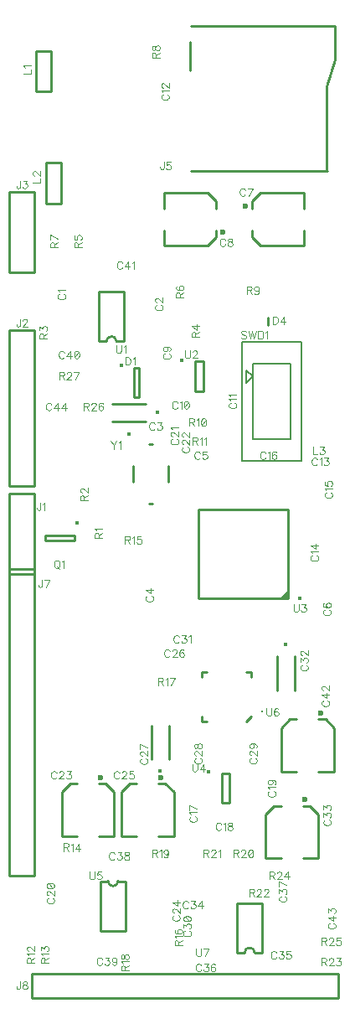
<source format=gto>
G04 DipTrace 2.4.0.2*
%INcodec_rev2.GTO*%
%MOIN*%
%ADD10C,0.0098*%
%ADD17C,0.0118*%
%ADD21C,0.0157*%
%ADD24C,0.0236*%
%ADD28C,0.0154*%
%ADD44C,0.005*%
%ADD57C,0.0046*%
%FSLAX44Y44*%
G04*
G70*
G90*
G75*
G01*
%LNTopSilk*%
%LPD*%
X5420Y22961D2*
D10*
X4081D1*
X5420Y23669D2*
X4081D1*
D21*
X5892Y23315D3*
X11732Y32047D2*
D10*
Y31436D1*
Y32047D2*
X9980D1*
X9645Y31712D2*
X9980Y32047D1*
X9645Y31712D2*
Y31436D1*
X11732Y30570D2*
Y29960D1*
X9980D1*
X9645Y30295D2*
X9980Y29960D1*
X9645Y30570D2*
Y30295D1*
D24*
X9389Y31515D3*
X6145Y29960D2*
D10*
Y30570D1*
Y29960D2*
X7897D1*
X8231Y30295D2*
X7897Y29960D1*
X8231Y30295D2*
Y30570D1*
X6145Y31436D2*
Y32047D1*
X7897D1*
X8231Y31712D2*
X7897Y32047D1*
X8231Y31436D2*
Y31712D1*
D24*
X8487Y30491D3*
X4169Y6458D2*
D10*
X3558D1*
X4169D2*
Y8209D1*
X3834Y8544D2*
X4169Y8209D1*
X3834Y8544D2*
X3558D1*
X2692Y6458D2*
X2082D1*
Y8209D1*
X2417Y8544D2*
X2082Y8209D1*
X2692Y8544D2*
X2417D1*
D24*
X3637Y8800D3*
X6544Y6458D2*
D10*
X5934D1*
X6544D2*
Y8209D1*
X6209Y8544D2*
X6544Y8209D1*
X6209Y8544D2*
X5934D1*
X5068Y6458D2*
X4457D1*
Y8209D1*
X4792Y8544D2*
X4457Y8209D1*
X5068Y8544D2*
X4792D1*
D24*
X6012Y8800D3*
X5646Y9519D2*
D10*
Y10858D1*
X6355Y9519D2*
Y10858D1*
D21*
X6001Y9047D3*
X11355Y13608D2*
D10*
Y12269D1*
X10647Y13608D2*
Y12269D1*
D21*
X11001Y14081D3*
X12294Y5582D2*
D10*
X11684D1*
X12294D2*
Y7334D1*
X11960Y7669D2*
X12294Y7334D1*
X11960Y7669D2*
X11684D1*
X10818Y5582D2*
X10208D1*
Y7334D1*
X10543Y7669D2*
X10208Y7334D1*
X10818Y7669D2*
X10543D1*
D24*
X11763Y7925D3*
X12920Y9020D2*
D10*
X12309D1*
X12920D2*
Y10772D1*
X12585Y11107D2*
X12920Y10772D1*
X12585Y11107D2*
X12309D1*
X11443Y9020D2*
X10833D1*
Y10772D1*
X11168Y11107D2*
X10833Y10772D1*
X11443Y11107D2*
X11168D1*
D24*
X12388Y11363D3*
D28*
X4463Y25185D3*
X4965Y25093D2*
D10*
Y23912D1*
X5161D1*
Y25093D1*
X4965D1*
X10295Y27098D2*
Y26783D1*
X992Y20100D2*
X8D1*
Y16904D1*
X992D1*
Y20100D1*
Y26598D2*
X8D1*
Y20402D1*
X992D1*
Y26598D1*
Y32098D2*
X8D1*
Y28902D1*
X992D1*
Y32098D1*
X7221Y32912D2*
X12654D1*
X12929Y38699D2*
X7221D1*
X7197Y38055D2*
Y36930D1*
X12635Y32930D2*
Y36305D1*
X12947Y38681D2*
Y37368D1*
X12635Y36305D1*
X992Y17098D2*
X8D1*
Y4902D1*
X992D1*
Y17098D1*
X902Y992D2*
X13099D1*
Y8D1*
X902D1*
Y992D1*
X1675Y37680D2*
X1075D1*
X1675Y36077D2*
Y37680D1*
Y36077D2*
X1075D1*
Y37680D1*
X1450Y31639D2*
X2050D1*
X1450Y33242D2*
Y31639D1*
Y33242D2*
X2050D1*
Y31639D1*
D28*
X2698Y18915D3*
X2606Y18414D2*
D10*
X1425D1*
Y18217D1*
X2606D1*
Y18414D1*
X11189Y25253D2*
D44*
Y22253D1*
X9689D1*
Y24753D1*
Y25253D1*
X11189D1*
X9689Y24753D2*
X9439Y25003D1*
Y24502D1*
X9689Y24753D1*
X11620Y26115D2*
X9257D1*
Y21390D1*
X11620D1*
Y26115D1*
X4575Y26144D2*
D10*
Y28112D1*
X3551Y26144D2*
Y28112D1*
X4575D2*
X3551D1*
X4260Y26144D2*
X4575D1*
X3866D2*
X3551D1*
X4260D2*
G03X3866Y26144I-197J0D01*
G01*
D28*
X6866Y25396D3*
X7406Y25343D2*
D10*
Y24162D1*
X7721Y25343D2*
Y24162D1*
X7406D2*
X7721D1*
X7406Y25343D2*
X7721D1*
X11085Y15917D2*
X7542D1*
Y19461D1*
X11085D1*
Y15917D1*
G36*
D2*
Y16233D1*
X10770Y15917D1*
X11085D1*
G37*
D21*
X11558Y15937D3*
D28*
X7917Y9007D3*
X8457Y8955D2*
D10*
Y7774D1*
X8772Y8955D2*
Y7774D1*
X8457D2*
X8772D1*
X8457Y8955D2*
X8772D1*
X3614Y4672D2*
Y2704D1*
X4637Y4672D2*
Y2704D1*
X3614D2*
X4637D1*
X3928Y4672D2*
X3614D1*
X4322D2*
X4637D1*
X3928D2*
G03X4322Y4672I197J0D01*
G01*
X7844Y11017D2*
X7647D1*
Y11214D1*
X7844Y12986D2*
X7647D1*
Y12789D2*
Y12986D1*
X9615D2*
X9418D1*
X9615Y12789D2*
Y12986D1*
D17*
X10068Y11411D3*
X9418Y11017D2*
D10*
X9615Y11214D1*
X10075Y1829D2*
Y3797D1*
X9052Y1829D2*
Y3797D1*
X10075D2*
X9052D1*
X9760Y1829D2*
X10075D1*
X9367D2*
X9052D1*
X9760D2*
G03X9367Y1829I-197J0D01*
G01*
D28*
X4767Y22469D3*
X6314Y21192D2*
D10*
Y20564D1*
X5567Y22061D2*
X5685D1*
X4936Y21192D2*
Y20564D1*
X5567Y19695D2*
X5685D1*
X1998Y28028D2*
D57*
X1970Y28014D1*
X1941Y27985D1*
X1927Y27957D1*
Y27899D1*
X1941Y27870D1*
X1970Y27842D1*
X1998Y27827D1*
X2041Y27813D1*
X2113D1*
X2156Y27827D1*
X2185Y27842D1*
X2213Y27870D1*
X2228Y27899D1*
Y27957D1*
X2213Y27985D1*
X2185Y28014D1*
X2156Y28028D1*
X1984Y28121D2*
X1970Y28150D1*
X1927Y28193D1*
X2228D1*
X5874Y27589D2*
X5845Y27574D1*
X5816Y27546D1*
X5802Y27517D1*
Y27460D1*
X5816Y27431D1*
X5845Y27402D1*
X5874Y27388D1*
X5917Y27373D1*
X5989D1*
X6031Y27388D1*
X6060Y27402D1*
X6089Y27431D1*
X6103Y27460D1*
Y27517D1*
X6089Y27546D1*
X6060Y27574D1*
X6031Y27589D1*
X5874Y27696D2*
X5860D1*
X5831Y27710D1*
X5817Y27724D1*
X5802Y27753D1*
Y27811D1*
X5817Y27839D1*
X5831Y27853D1*
X5860Y27868D1*
X5888D1*
X5917Y27853D1*
X5960Y27825D1*
X6103Y27681D1*
Y27882D1*
X5787Y22849D2*
X5772Y22878D1*
X5744Y22907D1*
X5715Y22921D1*
X5658D1*
X5629Y22907D1*
X5600Y22878D1*
X5586Y22849D1*
X5571Y22806D1*
Y22734D1*
X5586Y22692D1*
X5600Y22663D1*
X5629Y22634D1*
X5658Y22620D1*
X5715D1*
X5744Y22634D1*
X5772Y22663D1*
X5787Y22692D1*
X5908Y22921D2*
X6066D1*
X5980Y22806D1*
X6023D1*
X6051Y22792D1*
X6066Y22777D1*
X6080Y22734D1*
Y22706D1*
X6066Y22663D1*
X6037Y22634D1*
X5994Y22620D1*
X5951D1*
X5908Y22634D1*
X5894Y22648D1*
X5879Y22677D1*
X5499Y16018D2*
X5470Y16004D1*
X5441Y15975D1*
X5427Y15946D1*
Y15889D1*
X5441Y15860D1*
X5470Y15832D1*
X5499Y15817D1*
X5542Y15803D1*
X5614D1*
X5656Y15817D1*
X5685Y15832D1*
X5714Y15860D1*
X5728Y15889D1*
Y15946D1*
X5714Y15975D1*
X5685Y16004D1*
X5656Y16018D1*
X5728Y16254D2*
X5427D1*
X5628Y16111D1*
Y16326D1*
X7587Y21692D2*
X7572Y21720D1*
X7544Y21749D1*
X7515Y21763D1*
X7458D1*
X7429Y21749D1*
X7400Y21720D1*
X7386Y21692D1*
X7371Y21649D1*
Y21577D1*
X7386Y21534D1*
X7400Y21505D1*
X7429Y21477D1*
X7458Y21462D1*
X7515D1*
X7544Y21477D1*
X7572Y21505D1*
X7587Y21534D1*
X7851Y21763D2*
X7708D1*
X7694Y21634D1*
X7708Y21648D1*
X7751Y21663D1*
X7794D1*
X7837Y21648D1*
X7866Y21620D1*
X7880Y21577D1*
Y21548D1*
X7866Y21505D1*
X7837Y21476D1*
X7794Y21462D1*
X7751D1*
X7708Y21476D1*
X7694Y21491D1*
X7679Y21519D1*
X12562Y15470D2*
X12533Y15455D1*
X12504Y15427D1*
X12490Y15398D1*
Y15341D1*
X12504Y15312D1*
X12533Y15283D1*
X12562Y15269D1*
X12605Y15255D1*
X12677D1*
X12720Y15269D1*
X12749Y15283D1*
X12777Y15312D1*
X12792Y15341D1*
Y15398D1*
X12777Y15427D1*
X12749Y15455D1*
X12720Y15470D1*
X12533Y15734D2*
X12505Y15720D1*
X12491Y15677D1*
Y15649D1*
X12505Y15605D1*
X12548Y15577D1*
X12620Y15562D1*
X12691D1*
X12749Y15577D1*
X12777Y15605D1*
X12792Y15649D1*
Y15663D1*
X12777Y15706D1*
X12749Y15734D1*
X12705Y15749D1*
X12691D1*
X12648Y15734D1*
X12620Y15706D1*
X12605Y15663D1*
Y15649D1*
X12620Y15605D1*
X12648Y15577D1*
X12691Y15562D1*
X9389Y32164D2*
X9375Y32193D1*
X9346Y32222D1*
X9318Y32236D1*
X9260D1*
X9232Y32222D1*
X9203Y32193D1*
X9189Y32164D1*
X9174Y32121D1*
Y32049D1*
X9189Y32006D1*
X9203Y31978D1*
X9232Y31949D1*
X9260Y31934D1*
X9318D1*
X9346Y31949D1*
X9375Y31978D1*
X9389Y32006D1*
X9539Y31934D2*
X9683Y32236D1*
X9482D1*
X8597Y30164D2*
X8582Y30193D1*
X8554Y30221D1*
X8525Y30236D1*
X8468D1*
X8439Y30221D1*
X8410Y30193D1*
X8396Y30164D1*
X8382Y30121D1*
Y30049D1*
X8396Y30006D1*
X8410Y29977D1*
X8439Y29949D1*
X8468Y29934D1*
X8525D1*
X8554Y29949D1*
X8582Y29977D1*
X8597Y30006D1*
X8761Y30235D2*
X8718Y30221D1*
X8704Y30193D1*
Y30164D1*
X8718Y30135D1*
X8747Y30121D1*
X8804Y30106D1*
X8847Y30092D1*
X8876Y30063D1*
X8890Y30035D1*
Y29992D1*
X8876Y29963D1*
X8861Y29948D1*
X8818Y29934D1*
X8761D1*
X8718Y29948D1*
X8704Y29963D1*
X8689Y29992D1*
Y30035D1*
X8704Y30063D1*
X8732Y30092D1*
X8775Y30106D1*
X8833Y30121D1*
X8861Y30135D1*
X8876Y30164D1*
Y30193D1*
X8861Y30221D1*
X8818Y30235D1*
X8761D1*
X6186Y25658D2*
X6158Y25644D1*
X6129Y25615D1*
X6115Y25587D1*
Y25529D1*
X6129Y25500D1*
X6158Y25472D1*
X6186Y25457D1*
X6229Y25443D1*
X6301D1*
X6344Y25457D1*
X6373Y25472D1*
X6401Y25500D1*
X6416Y25529D1*
Y25587D1*
X6401Y25615D1*
X6373Y25644D1*
X6344Y25658D1*
X6215Y25937D2*
X6258Y25923D1*
X6287Y25894D1*
X6301Y25851D1*
Y25837D1*
X6287Y25794D1*
X6258Y25765D1*
X6215Y25751D1*
X6201D1*
X6158Y25765D1*
X6129Y25794D1*
X6115Y25837D1*
Y25851D1*
X6129Y25894D1*
X6158Y25923D1*
X6215Y25937D1*
X6287D1*
X6359Y25923D1*
X6402Y25894D1*
X6416Y25851D1*
Y25823D1*
X6402Y25780D1*
X6373Y25765D1*
X6692Y23692D2*
X6677Y23721D1*
X6649Y23749D1*
X6620Y23764D1*
X6563D1*
X6534Y23749D1*
X6505Y23721D1*
X6491Y23692D1*
X6477Y23649D1*
Y23577D1*
X6491Y23534D1*
X6505Y23505D1*
X6534Y23477D1*
X6563Y23462D1*
X6620D1*
X6649Y23477D1*
X6677Y23505D1*
X6692Y23534D1*
X6784Y23706D2*
X6813Y23721D1*
X6856Y23763D1*
Y23462D1*
X7035Y23763D2*
X6992Y23749D1*
X6963Y23706D1*
X6949Y23634D1*
Y23591D1*
X6963Y23520D1*
X6992Y23476D1*
X7035Y23462D1*
X7064D1*
X7107Y23476D1*
X7135Y23520D1*
X7150Y23591D1*
Y23634D1*
X7135Y23706D1*
X7107Y23749D1*
X7064Y23763D1*
X7035D1*
X7135Y23706D2*
X6963Y23520D1*
X8811Y23696D2*
X8783Y23681D1*
X8754Y23652D1*
X8740Y23624D1*
Y23567D1*
X8754Y23538D1*
X8783Y23509D1*
X8811Y23495D1*
X8855Y23480D1*
X8926D1*
X8969Y23495D1*
X8998Y23509D1*
X9027Y23538D1*
X9041Y23567D1*
Y23624D1*
X9027Y23652D1*
X8998Y23681D1*
X8969Y23696D1*
X8797Y23788D2*
X8783Y23817D1*
X8740Y23860D1*
X9041D1*
X8797Y23953D2*
X8783Y23982D1*
X8740Y24025D1*
X9041D1*
X6124Y35967D2*
X6095Y35953D1*
X6066Y35924D1*
X6052Y35895D1*
Y35838D1*
X6066Y35809D1*
X6095Y35781D1*
X6124Y35766D1*
X6167Y35752D1*
X6239D1*
X6281Y35766D1*
X6310Y35781D1*
X6339Y35809D1*
X6353Y35838D1*
Y35895D1*
X6339Y35924D1*
X6310Y35953D1*
X6281Y35967D1*
X6110Y36060D2*
X6095Y36088D1*
X6052Y36132D1*
X6353D1*
X6124Y36239D2*
X6110D1*
X6081Y36253D1*
X6067Y36267D1*
X6052Y36296D1*
Y36353D1*
X6067Y36382D1*
X6081Y36396D1*
X6110Y36411D1*
X6138D1*
X6167Y36396D1*
X6210Y36368D1*
X6353Y36224D1*
Y36425D1*
X12255Y21442D2*
X12241Y21470D1*
X12212Y21499D1*
X12183Y21513D1*
X12126D1*
X12097Y21499D1*
X12068Y21470D1*
X12054Y21442D1*
X12040Y21399D1*
Y21327D1*
X12054Y21284D1*
X12068Y21255D1*
X12097Y21227D1*
X12126Y21212D1*
X12183D1*
X12212Y21227D1*
X12241Y21255D1*
X12255Y21284D1*
X12347Y21456D2*
X12376Y21470D1*
X12419Y21513D1*
Y21212D1*
X12541Y21513D2*
X12698D1*
X12613Y21398D1*
X12656D1*
X12684Y21384D1*
X12698Y21370D1*
X12713Y21327D1*
Y21298D1*
X12698Y21255D1*
X12670Y21226D1*
X12627Y21212D1*
X12584D1*
X12541Y21226D1*
X12527Y21241D1*
X12512Y21269D1*
X12062Y17623D2*
X12033Y17609D1*
X12004Y17580D1*
X11990Y17552D1*
Y17494D1*
X12004Y17465D1*
X12033Y17437D1*
X12062Y17422D1*
X12105Y17408D1*
X12177D1*
X12220Y17422D1*
X12248Y17437D1*
X12277Y17465D1*
X12292Y17494D1*
Y17552D1*
X12277Y17580D1*
X12248Y17609D1*
X12220Y17623D1*
X12048Y17716D2*
X12033Y17745D1*
X11990Y17788D1*
X12292D1*
Y18024D2*
X11990D1*
X12191Y17880D1*
Y18096D1*
X12624Y20131D2*
X12596Y20116D1*
X12567Y20088D1*
X12553Y20059D1*
Y20002D1*
X12567Y19973D1*
X12596Y19944D1*
X12624Y19930D1*
X12667Y19915D1*
X12739D1*
X12782Y19930D1*
X12811Y19944D1*
X12840Y19973D1*
X12854Y20002D1*
Y20059D1*
X12840Y20088D1*
X12811Y20116D1*
X12782Y20131D1*
X12610Y20223D2*
X12596Y20252D1*
X12553Y20295D1*
X12854D1*
X12553Y20560D2*
Y20417D1*
X12682Y20402D1*
X12668Y20417D1*
X12653Y20460D1*
Y20503D1*
X12668Y20546D1*
X12696Y20575D1*
X12739Y20589D1*
X12768D1*
X12811Y20575D1*
X12840Y20546D1*
X12854Y20503D1*
Y20460D1*
X12840Y20417D1*
X12825Y20402D1*
X12797Y20388D1*
X10199Y21692D2*
X10185Y21720D1*
X10156Y21749D1*
X10128Y21763D1*
X10070D1*
X10042Y21749D1*
X10013Y21720D1*
X9998Y21692D1*
X9984Y21649D1*
Y21577D1*
X9998Y21534D1*
X10013Y21505D1*
X10042Y21477D1*
X10070Y21462D1*
X10128D1*
X10156Y21477D1*
X10185Y21505D1*
X10199Y21534D1*
X10292Y21706D2*
X10321Y21720D1*
X10364Y21763D1*
Y21462D1*
X10629Y21720D2*
X10614Y21749D1*
X10571Y21763D1*
X10543D1*
X10500Y21749D1*
X10471Y21706D1*
X10457Y21634D1*
Y21562D1*
X10471Y21505D1*
X10500Y21476D1*
X10543Y21462D1*
X10557D1*
X10600Y21476D1*
X10629Y21505D1*
X10643Y21548D1*
Y21562D1*
X10629Y21606D1*
X10600Y21634D1*
X10557Y21648D1*
X10543D1*
X10500Y21634D1*
X10471Y21606D1*
X10457Y21562D1*
X7237Y7243D2*
X7209Y7228D1*
X7180Y7200D1*
X7166Y7171D1*
Y7114D1*
X7180Y7085D1*
X7209Y7056D1*
X7237Y7042D1*
X7280Y7027D1*
X7352D1*
X7395Y7042D1*
X7424Y7056D1*
X7452Y7085D1*
X7467Y7114D1*
Y7171D1*
X7452Y7200D1*
X7424Y7228D1*
X7395Y7243D1*
X7223Y7335D2*
X7209Y7364D1*
X7166Y7407D1*
X7467D1*
Y7557D2*
X7166Y7701D1*
Y7500D1*
X8430Y6929D2*
X8416Y6957D1*
X8387Y6986D1*
X8359Y7000D1*
X8301D1*
X8273Y6986D1*
X8244Y6957D1*
X8229Y6929D1*
X8215Y6885D1*
Y6814D1*
X8229Y6771D1*
X8244Y6742D1*
X8273Y6713D1*
X8301Y6699D1*
X8359D1*
X8387Y6713D1*
X8416Y6742D1*
X8430Y6771D1*
X8523Y6943D2*
X8552Y6957D1*
X8595Y7000D1*
Y6699D1*
X8759Y7000D2*
X8717Y6986D1*
X8702Y6957D1*
Y6928D1*
X8717Y6900D1*
X8745Y6885D1*
X8802Y6871D1*
X8846Y6857D1*
X8874Y6828D1*
X8888Y6799D1*
Y6756D1*
X8874Y6728D1*
X8860Y6713D1*
X8817Y6699D1*
X8759D1*
X8717Y6713D1*
X8702Y6728D1*
X8688Y6756D1*
Y6799D1*
X8702Y6828D1*
X8731Y6857D1*
X8774Y6871D1*
X8831Y6885D1*
X8860Y6900D1*
X8874Y6928D1*
Y6957D1*
X8860Y6986D1*
X8817Y7000D1*
X8759D1*
X10362Y8250D2*
X10334Y8236D1*
X10305Y8207D1*
X10291Y8178D1*
Y8121D1*
X10305Y8092D1*
X10334Y8064D1*
X10362Y8049D1*
X10406Y8035D1*
X10478D1*
X10520Y8049D1*
X10549Y8064D1*
X10578Y8092D1*
X10592Y8121D1*
Y8178D1*
X10578Y8207D1*
X10549Y8236D1*
X10520Y8250D1*
X10349Y8343D2*
X10334Y8371D1*
X10291Y8414D1*
X10592D1*
X10391Y8694D2*
X10434Y8679D1*
X10463Y8651D1*
X10478Y8608D1*
Y8593D1*
X10463Y8550D1*
X10434Y8522D1*
X10391Y8507D1*
X10377D1*
X10334Y8522D1*
X10305Y8550D1*
X10291Y8593D1*
Y8608D1*
X10305Y8651D1*
X10334Y8679D1*
X10391Y8694D1*
X10463D1*
X10535Y8679D1*
X10578Y8651D1*
X10592Y8608D1*
Y8579D1*
X10578Y8536D1*
X10549Y8522D1*
X1561Y4002D2*
X1532Y3988D1*
X1503Y3959D1*
X1489Y3930D1*
Y3873D1*
X1503Y3844D1*
X1532Y3816D1*
X1561Y3801D1*
X1604Y3787D1*
X1676D1*
X1719Y3801D1*
X1747Y3816D1*
X1776Y3844D1*
X1790Y3873D1*
Y3930D1*
X1776Y3959D1*
X1747Y3988D1*
X1719Y4002D1*
X1561Y4109D2*
X1547D1*
X1518Y4123D1*
X1504Y4138D1*
X1489Y4167D1*
Y4224D1*
X1504Y4252D1*
X1518Y4267D1*
X1547Y4281D1*
X1575D1*
X1604Y4267D1*
X1647Y4238D1*
X1790Y4095D1*
Y4296D1*
X1489Y4474D2*
X1504Y4431D1*
X1547Y4402D1*
X1618Y4388D1*
X1661D1*
X1733Y4402D1*
X1776Y4431D1*
X1790Y4474D1*
Y4503D1*
X1776Y4546D1*
X1733Y4575D1*
X1661Y4589D1*
X1618D1*
X1547Y4575D1*
X1504Y4546D1*
X1489Y4503D1*
Y4474D1*
X1547Y4575D2*
X1733Y4402D1*
X6499Y22256D2*
X6470Y22242D1*
X6441Y22213D1*
X6427Y22184D1*
Y22127D1*
X6441Y22098D1*
X6470Y22069D1*
X6499Y22055D1*
X6542Y22041D1*
X6614D1*
X6657Y22055D1*
X6685Y22069D1*
X6714Y22098D1*
X6728Y22127D1*
Y22184D1*
X6714Y22213D1*
X6685Y22242D1*
X6657Y22256D1*
X6499Y22363D2*
X6485D1*
X6456Y22377D1*
X6442Y22392D1*
X6427Y22420D1*
Y22478D1*
X6442Y22506D1*
X6456Y22521D1*
X6485Y22535D1*
X6513D1*
X6542Y22521D1*
X6585Y22492D1*
X6728Y22348D1*
Y22549D1*
X6485Y22642D2*
X6470Y22671D1*
X6427Y22714D1*
X6728D1*
X6936Y21941D2*
X6908Y21927D1*
X6879Y21898D1*
X6865Y21870D1*
Y21812D1*
X6879Y21783D1*
X6908Y21755D1*
X6936Y21740D1*
X6979Y21726D1*
X7051D1*
X7094Y21740D1*
X7123Y21755D1*
X7151Y21783D1*
X7166Y21812D1*
Y21870D1*
X7151Y21898D1*
X7123Y21927D1*
X7094Y21941D1*
X6937Y22049D2*
X6922D1*
X6893Y22063D1*
X6879Y22077D1*
X6865Y22106D1*
Y22163D1*
X6879Y22192D1*
X6893Y22206D1*
X6922Y22221D1*
X6951D1*
X6980Y22206D1*
X7022Y22178D1*
X7166Y22034D1*
Y22235D1*
X6937Y22342D2*
X6922D1*
X6893Y22356D1*
X6879Y22371D1*
X6865Y22400D1*
Y22457D1*
X6879Y22485D1*
X6893Y22500D1*
X6922Y22514D1*
X6951D1*
X6980Y22500D1*
X7022Y22471D1*
X7166Y22328D1*
Y22529D1*
X1877Y8973D2*
X1862Y9002D1*
X1834Y9031D1*
X1805Y9045D1*
X1748D1*
X1719Y9031D1*
X1690Y9002D1*
X1676Y8973D1*
X1662Y8930D1*
Y8858D1*
X1676Y8815D1*
X1690Y8787D1*
X1719Y8758D1*
X1748Y8743D1*
X1805D1*
X1834Y8758D1*
X1862Y8787D1*
X1877Y8815D1*
X1984Y8973D2*
Y8987D1*
X1998Y9016D1*
X2012Y9030D1*
X2041Y9045D1*
X2099D1*
X2127Y9030D1*
X2141Y9016D1*
X2156Y8987D1*
Y8959D1*
X2141Y8930D1*
X2113Y8887D1*
X1969Y8743D1*
X2170D1*
X2292Y9045D2*
X2449D1*
X2363Y8930D1*
X2407D1*
X2435Y8916D1*
X2449Y8901D1*
X2464Y8858D1*
Y8830D1*
X2449Y8787D1*
X2421Y8758D1*
X2378Y8743D1*
X2335D1*
X2292Y8758D1*
X2278Y8772D1*
X2263Y8801D1*
X6561Y3307D2*
X6533Y3293D1*
X6504Y3264D1*
X6490Y3236D1*
Y3178D1*
X6504Y3149D1*
X6533Y3121D1*
X6561Y3106D1*
X6604Y3092D1*
X6676D1*
X6719Y3106D1*
X6748Y3121D1*
X6776Y3149D1*
X6791Y3178D1*
Y3236D1*
X6776Y3264D1*
X6748Y3293D1*
X6719Y3307D1*
X6562Y3414D2*
X6547D1*
X6518Y3429D1*
X6504Y3443D1*
X6490Y3472D1*
Y3529D1*
X6504Y3558D1*
X6518Y3572D1*
X6547Y3587D1*
X6576D1*
X6605Y3572D1*
X6647Y3543D1*
X6791Y3400D1*
Y3601D1*
Y3837D2*
X6490D1*
X6691Y3693D1*
Y3909D1*
X4377Y8973D2*
X4363Y9002D1*
X4334Y9031D1*
X4305Y9045D1*
X4248D1*
X4219Y9031D1*
X4191Y9002D1*
X4176Y8973D1*
X4162Y8930D1*
Y8858D1*
X4176Y8815D1*
X4191Y8787D1*
X4219Y8758D1*
X4248Y8743D1*
X4305D1*
X4334Y8758D1*
X4363Y8787D1*
X4377Y8815D1*
X4484Y8973D2*
Y8987D1*
X4498Y9016D1*
X4513Y9030D1*
X4542Y9045D1*
X4599D1*
X4627Y9030D1*
X4642Y9016D1*
X4656Y8987D1*
Y8959D1*
X4642Y8930D1*
X4613Y8887D1*
X4470Y8743D1*
X4671D1*
X4935Y9045D2*
X4792D1*
X4778Y8916D1*
X4792Y8930D1*
X4835Y8944D1*
X4878D1*
X4921Y8930D1*
X4950Y8901D1*
X4964Y8858D1*
Y8830D1*
X4950Y8787D1*
X4921Y8758D1*
X4878Y8743D1*
X4835D1*
X4792Y8758D1*
X4778Y8772D1*
X4763Y8801D1*
X6384Y13816D2*
X6370Y13844D1*
X6341Y13873D1*
X6313Y13888D1*
X6255D1*
X6227Y13873D1*
X6198Y13844D1*
X6184Y13816D1*
X6169Y13773D1*
Y13701D1*
X6184Y13658D1*
X6198Y13629D1*
X6227Y13601D1*
X6255Y13586D1*
X6313D1*
X6341Y13601D1*
X6370Y13629D1*
X6384Y13658D1*
X6492Y13816D2*
Y13830D1*
X6506Y13859D1*
X6520Y13873D1*
X6549Y13887D1*
X6606D1*
X6635Y13873D1*
X6649Y13859D1*
X6664Y13830D1*
Y13801D1*
X6649Y13773D1*
X6621Y13730D1*
X6477Y13586D1*
X6678D1*
X6943Y13844D2*
X6929Y13873D1*
X6885Y13887D1*
X6857D1*
X6814Y13873D1*
X6785Y13830D1*
X6771Y13758D1*
Y13687D1*
X6785Y13629D1*
X6814Y13600D1*
X6857Y13586D1*
X6871D1*
X6914Y13600D1*
X6943Y13629D1*
X6957Y13672D1*
Y13687D1*
X6943Y13730D1*
X6914Y13758D1*
X6871Y13773D1*
X6857D1*
X6814Y13758D1*
X6785Y13730D1*
X6771Y13687D1*
X5279Y9552D2*
X5250Y9538D1*
X5221Y9509D1*
X5207Y9481D1*
Y9423D1*
X5221Y9394D1*
X5250Y9366D1*
X5279Y9351D1*
X5322Y9337D1*
X5394D1*
X5436Y9351D1*
X5465Y9366D1*
X5494Y9394D1*
X5508Y9423D1*
Y9481D1*
X5494Y9509D1*
X5465Y9538D1*
X5436Y9552D1*
X5279Y9659D2*
X5265D1*
X5236Y9674D1*
X5222Y9688D1*
X5207Y9717D1*
Y9774D1*
X5222Y9803D1*
X5236Y9817D1*
X5265Y9832D1*
X5293D1*
X5322Y9817D1*
X5365Y9788D1*
X5508Y9645D1*
Y9846D1*
Y9996D2*
X5207Y10139D1*
Y9938D1*
X7436Y9565D2*
X7408Y9551D1*
X7379Y9522D1*
X7365Y9494D1*
Y9436D1*
X7379Y9407D1*
X7408Y9379D1*
X7436Y9364D1*
X7479Y9350D1*
X7551D1*
X7594Y9364D1*
X7623Y9379D1*
X7652Y9407D1*
X7666Y9436D1*
Y9494D1*
X7652Y9522D1*
X7623Y9551D1*
X7594Y9565D1*
X7437Y9672D2*
X7422D1*
X7394Y9687D1*
X7379Y9701D1*
X7365Y9730D1*
Y9787D1*
X7379Y9816D1*
X7394Y9830D1*
X7422Y9845D1*
X7451D1*
X7480Y9830D1*
X7523Y9801D1*
X7666Y9658D1*
Y9859D1*
X7365Y10023D2*
X7379Y9980D1*
X7408Y9966D1*
X7437D1*
X7465Y9980D1*
X7480Y10009D1*
X7494Y10066D1*
X7508Y10109D1*
X7537Y10138D1*
X7566Y10152D1*
X7609D1*
X7637Y10138D1*
X7652Y10124D1*
X7666Y10080D1*
Y10023D1*
X7652Y9980D1*
X7637Y9966D1*
X7609Y9951D1*
X7566D1*
X7537Y9966D1*
X7508Y9995D1*
X7494Y10037D1*
X7480Y10095D1*
X7465Y10124D1*
X7437Y10138D1*
X7408D1*
X7379Y10124D1*
X7365Y10080D1*
Y10023D1*
X9624Y9572D2*
X9595Y9558D1*
X9567Y9529D1*
X9552Y9501D1*
Y9443D1*
X9567Y9414D1*
X9595Y9386D1*
X9624Y9371D1*
X9667Y9357D1*
X9739D1*
X9782Y9371D1*
X9811Y9386D1*
X9839Y9414D1*
X9854Y9443D1*
Y9501D1*
X9839Y9529D1*
X9811Y9558D1*
X9782Y9572D1*
X9624Y9679D2*
X9610D1*
X9581Y9694D1*
X9567Y9708D1*
X9553Y9737D1*
Y9794D1*
X9567Y9823D1*
X9581Y9837D1*
X9610Y9852D1*
X9639D1*
X9667Y9837D1*
X9710Y9808D1*
X9854Y9665D1*
Y9866D1*
X9653Y10145D2*
X9696Y10131D1*
X9725Y10102D1*
X9739Y10059D1*
Y10045D1*
X9725Y10002D1*
X9696Y9973D1*
X9653Y9958D1*
X9639D1*
X9595Y9973D1*
X9567Y10002D1*
X9553Y10045D1*
Y10059D1*
X9567Y10102D1*
X9595Y10131D1*
X9653Y10145D1*
X9725D1*
X9796Y10131D1*
X9840Y10102D1*
X9854Y10059D1*
Y10030D1*
X9840Y9987D1*
X9811Y9973D1*
X6999Y2689D2*
X6970Y2675D1*
X6941Y2646D1*
X6927Y2618D1*
Y2560D1*
X6941Y2531D1*
X6970Y2503D1*
X6999Y2488D1*
X7042Y2474D1*
X7114D1*
X7157Y2488D1*
X7185Y2503D1*
X7214Y2531D1*
X7229Y2560D1*
Y2618D1*
X7214Y2646D1*
X7185Y2675D1*
X7157Y2689D1*
X6927Y2811D2*
Y2968D1*
X7042Y2882D1*
Y2926D1*
X7056Y2954D1*
X7071Y2968D1*
X7114Y2983D1*
X7142D1*
X7185Y2968D1*
X7214Y2940D1*
X7229Y2897D1*
Y2854D1*
X7214Y2811D1*
X7200Y2797D1*
X7171Y2782D1*
X6927Y3162D2*
X6942Y3119D1*
X6985Y3090D1*
X7056Y3076D1*
X7100D1*
X7171Y3090D1*
X7214Y3119D1*
X7229Y3162D1*
Y3190D1*
X7214Y3233D1*
X7171Y3262D1*
X7100Y3277D1*
X7056D1*
X6985Y3262D1*
X6942Y3233D1*
X6927Y3190D1*
Y3162D1*
X6985Y3262D2*
X7171Y3090D1*
X6754Y14379D2*
X6740Y14407D1*
X6711Y14436D1*
X6683Y14450D1*
X6625D1*
X6596Y14436D1*
X6568Y14407D1*
X6553Y14379D1*
X6539Y14335D1*
Y14263D1*
X6553Y14221D1*
X6568Y14192D1*
X6596Y14163D1*
X6625Y14149D1*
X6683D1*
X6711Y14163D1*
X6740Y14192D1*
X6754Y14221D1*
X6876Y14450D2*
X7033D1*
X6947Y14335D1*
X6990D1*
X7019Y14321D1*
X7033Y14307D1*
X7048Y14263D1*
Y14235D1*
X7033Y14192D1*
X7005Y14163D1*
X6962Y14149D1*
X6919D1*
X6876Y14163D1*
X6861Y14178D1*
X6847Y14206D1*
X7140Y14392D2*
X7169Y14407D1*
X7212Y14450D1*
Y14149D1*
X11654Y13266D2*
X11626Y13251D1*
X11597Y13223D1*
X11583Y13194D1*
Y13137D1*
X11597Y13108D1*
X11626Y13079D1*
X11654Y13065D1*
X11697Y13050D1*
X11769D1*
X11812Y13065D1*
X11841Y13079D1*
X11869Y13108D1*
X11884Y13137D1*
Y13194D1*
X11869Y13223D1*
X11841Y13251D1*
X11812Y13266D1*
X11583Y13387D2*
Y13545D1*
X11698Y13459D1*
Y13502D1*
X11712Y13530D1*
X11726Y13545D1*
X11769Y13559D1*
X11798D1*
X11841Y13545D1*
X11870Y13516D1*
X11884Y13473D1*
Y13430D1*
X11870Y13387D1*
X11855Y13373D1*
X11827Y13358D1*
X11655Y13667D2*
X11640D1*
X11611Y13681D1*
X11597Y13695D1*
X11583Y13724D1*
Y13781D1*
X11597Y13810D1*
X11611Y13824D1*
X11640Y13839D1*
X11669D1*
X11698Y13824D1*
X11740Y13796D1*
X11884Y13652D1*
Y13853D1*
X12571Y7107D2*
X12543Y7093D1*
X12514Y7064D1*
X12500Y7035D1*
Y6978D1*
X12514Y6949D1*
X12543Y6921D1*
X12571Y6906D1*
X12614Y6892D1*
X12686D1*
X12729Y6906D1*
X12758Y6921D1*
X12786Y6949D1*
X12801Y6978D1*
Y7035D1*
X12786Y7064D1*
X12758Y7093D1*
X12729Y7107D1*
X12500Y7228D2*
Y7386D1*
X12615Y7300D1*
Y7343D1*
X12629Y7372D1*
X12643Y7386D1*
X12686Y7401D1*
X12715D1*
X12758Y7386D1*
X12787Y7357D1*
X12801Y7314D1*
Y7271D1*
X12787Y7228D1*
X12772Y7214D1*
X12744Y7200D1*
X12500Y7522D2*
Y7680D1*
X12615Y7594D1*
Y7637D1*
X12629Y7665D1*
X12643Y7680D1*
X12686Y7694D1*
X12715D1*
X12758Y7680D1*
X12787Y7651D1*
X12801Y7608D1*
Y7565D1*
X12787Y7522D1*
X12772Y7508D1*
X12744Y7493D1*
X7120Y3815D2*
X7106Y3843D1*
X7077Y3872D1*
X7049Y3887D1*
X6991D1*
X6962Y3872D1*
X6934Y3843D1*
X6919Y3815D1*
X6905Y3772D1*
Y3700D1*
X6919Y3657D1*
X6934Y3628D1*
X6962Y3600D1*
X6991Y3585D1*
X7049D1*
X7077Y3600D1*
X7106Y3628D1*
X7120Y3657D1*
X7242Y3886D2*
X7399D1*
X7313Y3771D1*
X7356D1*
X7385Y3757D1*
X7399Y3743D1*
X7414Y3700D1*
Y3671D1*
X7399Y3628D1*
X7371Y3599D1*
X7328Y3585D1*
X7284D1*
X7242Y3599D1*
X7227Y3614D1*
X7213Y3642D1*
X7650Y3585D2*
Y3886D1*
X7506Y3686D1*
X7722D1*
X10628Y1815D2*
X10613Y1843D1*
X10585Y1872D1*
X10556Y1886D1*
X10499D1*
X10470Y1872D1*
X10441Y1843D1*
X10427Y1815D1*
X10412Y1772D1*
Y1700D1*
X10427Y1657D1*
X10441Y1628D1*
X10470Y1599D1*
X10499Y1585D1*
X10556D1*
X10585Y1599D1*
X10613Y1628D1*
X10628Y1657D1*
X10749Y1886D2*
X10907D1*
X10821Y1771D1*
X10864D1*
X10892Y1757D1*
X10907Y1743D1*
X10921Y1700D1*
Y1671D1*
X10907Y1628D1*
X10878Y1599D1*
X10835Y1585D1*
X10792D1*
X10749Y1599D1*
X10735Y1614D1*
X10720Y1642D1*
X11186Y1886D2*
X11043D1*
X11028Y1757D1*
X11043Y1771D1*
X11086Y1786D1*
X11129D1*
X11172Y1771D1*
X11201Y1743D1*
X11215Y1700D1*
Y1671D1*
X11201Y1628D1*
X11172Y1599D1*
X11129Y1585D1*
X11086D1*
X11043Y1599D1*
X11028Y1614D1*
X11014Y1642D1*
X7635Y1315D2*
X7620Y1343D1*
X7592Y1372D1*
X7563Y1386D1*
X7506D1*
X7477Y1372D1*
X7448Y1343D1*
X7434Y1315D1*
X7419Y1272D1*
Y1200D1*
X7434Y1157D1*
X7448Y1128D1*
X7477Y1099D1*
X7506Y1085D1*
X7563D1*
X7592Y1099D1*
X7620Y1128D1*
X7635Y1157D1*
X7756Y1386D2*
X7914D1*
X7828Y1271D1*
X7871D1*
X7899Y1257D1*
X7914Y1243D1*
X7928Y1200D1*
Y1171D1*
X7914Y1128D1*
X7885Y1099D1*
X7842Y1085D1*
X7799D1*
X7756Y1099D1*
X7742Y1114D1*
X7727Y1142D1*
X8193Y1343D2*
X8179Y1372D1*
X8136Y1386D1*
X8107D1*
X8064Y1372D1*
X8035Y1329D1*
X8021Y1257D1*
Y1185D1*
X8035Y1128D1*
X8064Y1099D1*
X8107Y1085D1*
X8121D1*
X8164Y1099D1*
X8193Y1128D1*
X8207Y1171D1*
Y1185D1*
X8193Y1228D1*
X8164Y1257D1*
X8121Y1271D1*
X8107D1*
X8064Y1257D1*
X8035Y1228D1*
X8021Y1185D1*
X10812Y4064D2*
X10783Y4050D1*
X10754Y4021D1*
X10740Y3993D1*
Y3935D1*
X10754Y3907D1*
X10783Y3878D1*
X10812Y3864D1*
X10855Y3849D1*
X10927D1*
X10969Y3864D1*
X10998Y3878D1*
X11027Y3907D1*
X11041Y3935D1*
Y3993D1*
X11027Y4021D1*
X10998Y4050D1*
X10969Y4064D1*
X10740Y4186D2*
Y4343D1*
X10855Y4258D1*
Y4301D1*
X10869Y4329D1*
X10884Y4343D1*
X10927Y4358D1*
X10955D1*
X10998Y4343D1*
X11027Y4315D1*
X11041Y4272D1*
Y4229D1*
X11027Y4186D1*
X11013Y4172D1*
X10984Y4157D1*
X11041Y4508D2*
X10740Y4652D1*
Y4451D1*
X4190Y5753D2*
X4175Y5781D1*
X4147Y5810D1*
X4118Y5824D1*
X4061D1*
X4032Y5810D1*
X4003Y5781D1*
X3989Y5753D1*
X3974Y5709D1*
Y5638D1*
X3989Y5595D1*
X4003Y5566D1*
X4032Y5537D1*
X4061Y5523D1*
X4118D1*
X4147Y5537D1*
X4175Y5566D1*
X4190Y5595D1*
X4311Y5824D2*
X4469D1*
X4383Y5709D1*
X4426D1*
X4454Y5695D1*
X4469Y5681D1*
X4483Y5638D1*
Y5609D1*
X4469Y5566D1*
X4440Y5537D1*
X4397Y5523D1*
X4354D1*
X4311Y5537D1*
X4297Y5552D1*
X4282Y5580D1*
X4647Y5824D2*
X4605Y5810D1*
X4590Y5781D1*
Y5752D1*
X4605Y5724D1*
X4633Y5709D1*
X4691Y5695D1*
X4734Y5681D1*
X4762Y5652D1*
X4776Y5623D1*
Y5580D1*
X4762Y5552D1*
X4748Y5537D1*
X4705Y5523D1*
X4647D1*
X4605Y5537D1*
X4590Y5552D1*
X4576Y5580D1*
Y5623D1*
X4590Y5652D1*
X4619Y5681D1*
X4662Y5695D1*
X4719Y5709D1*
X4748Y5724D1*
X4762Y5752D1*
Y5781D1*
X4748Y5810D1*
X4705Y5824D1*
X4647D1*
X3697Y1565D2*
X3682Y1593D1*
X3653Y1622D1*
X3625Y1636D1*
X3568D1*
X3539Y1622D1*
X3510Y1593D1*
X3496Y1565D1*
X3481Y1522D1*
Y1450D1*
X3496Y1407D1*
X3510Y1378D1*
X3539Y1349D1*
X3568Y1335D1*
X3625D1*
X3653Y1349D1*
X3682Y1378D1*
X3697Y1407D1*
X3818Y1636D2*
X3976D1*
X3890Y1521D1*
X3933D1*
X3961Y1507D1*
X3976Y1493D1*
X3990Y1450D1*
Y1421D1*
X3976Y1378D1*
X3947Y1349D1*
X3904Y1335D1*
X3861D1*
X3818Y1349D1*
X3804Y1364D1*
X3789Y1392D1*
X4269Y1536D2*
X4255Y1493D1*
X4226Y1464D1*
X4183Y1450D1*
X4169D1*
X4126Y1464D1*
X4097Y1493D1*
X4083Y1536D1*
Y1550D1*
X4097Y1593D1*
X4126Y1622D1*
X4169Y1636D1*
X4183D1*
X4226Y1622D1*
X4255Y1593D1*
X4269Y1536D1*
Y1464D1*
X4255Y1392D1*
X4226Y1349D1*
X4183Y1335D1*
X4155D1*
X4112Y1349D1*
X4097Y1378D1*
X2182Y25692D2*
X2168Y25721D1*
X2139Y25750D1*
X2111Y25764D1*
X2053D1*
X2024Y25750D1*
X1996Y25721D1*
X1981Y25692D1*
X1967Y25649D1*
Y25577D1*
X1981Y25534D1*
X1996Y25505D1*
X2024Y25477D1*
X2053Y25462D1*
X2111D1*
X2139Y25477D1*
X2168Y25505D1*
X2182Y25534D1*
X2418Y25462D2*
Y25763D1*
X2275Y25563D1*
X2490D1*
X2669Y25763D2*
X2626Y25749D1*
X2597Y25706D1*
X2583Y25634D1*
Y25591D1*
X2597Y25520D1*
X2626Y25477D1*
X2669Y25462D1*
X2697D1*
X2740Y25477D1*
X2769Y25520D1*
X2784Y25591D1*
Y25634D1*
X2769Y25706D1*
X2740Y25749D1*
X2697Y25763D1*
X2669D1*
X2769Y25706D2*
X2597Y25520D1*
X4497Y29255D2*
X4483Y29284D1*
X4454Y29312D1*
X4425Y29327D1*
X4368D1*
X4339Y29312D1*
X4311Y29284D1*
X4296Y29255D1*
X4282Y29212D1*
Y29140D1*
X4296Y29097D1*
X4311Y29068D1*
X4339Y29040D1*
X4368Y29025D1*
X4425D1*
X4454Y29040D1*
X4483Y29068D1*
X4497Y29097D1*
X4733Y29025D2*
Y29326D1*
X4590Y29126D1*
X4805D1*
X4897Y29269D2*
X4926Y29284D1*
X4969Y29326D1*
Y29025D1*
X12509Y11850D2*
X12480Y11836D1*
X12451Y11807D1*
X12437Y11779D1*
Y11721D1*
X12451Y11692D1*
X12480Y11664D1*
X12509Y11649D1*
X12552Y11635D1*
X12624D1*
X12666Y11649D1*
X12695Y11664D1*
X12724Y11692D1*
X12738Y11721D1*
Y11779D1*
X12724Y11807D1*
X12695Y11836D1*
X12666Y11850D1*
X12738Y12087D2*
X12437D1*
X12638Y11943D1*
Y12158D1*
X12509Y12265D2*
X12495D1*
X12466Y12280D1*
X12452Y12294D1*
X12437Y12323D1*
Y12380D1*
X12452Y12409D1*
X12466Y12423D1*
X12495Y12438D1*
X12523D1*
X12552Y12423D1*
X12595Y12394D1*
X12738Y12251D1*
Y12452D1*
X12749Y2995D2*
X12721Y2980D1*
X12692Y2952D1*
X12678Y2923D1*
Y2866D1*
X12692Y2837D1*
X12721Y2808D1*
X12749Y2794D1*
X12792Y2780D1*
X12864D1*
X12907Y2794D1*
X12936Y2808D1*
X12965Y2837D1*
X12979Y2866D1*
Y2923D1*
X12965Y2952D1*
X12936Y2980D1*
X12907Y2995D1*
X12979Y3231D2*
X12678D1*
X12879Y3087D1*
Y3303D1*
X12678Y3424D2*
Y3582D1*
X12793Y3496D1*
Y3539D1*
X12807Y3567D1*
X12821Y3582D1*
X12864Y3596D1*
X12893D1*
X12936Y3582D1*
X12965Y3553D1*
X12979Y3510D1*
Y3467D1*
X12965Y3424D1*
X12950Y3410D1*
X12922Y3395D1*
X1675Y23629D2*
X1661Y23658D1*
X1632Y23687D1*
X1603Y23701D1*
X1546D1*
X1517Y23687D1*
X1489Y23658D1*
X1474Y23629D1*
X1460Y23586D1*
Y23514D1*
X1474Y23472D1*
X1489Y23443D1*
X1517Y23414D1*
X1546Y23400D1*
X1603D1*
X1632Y23414D1*
X1661Y23443D1*
X1675Y23472D1*
X1911Y23400D2*
Y23701D1*
X1768Y23500D1*
X1983D1*
X2219Y23400D2*
Y23701D1*
X2075Y23500D1*
X2291D1*
X4621Y25514D2*
Y25212D1*
X4722D1*
X4765Y25227D1*
X4794Y25256D1*
X4808Y25284D1*
X4822Y25327D1*
Y25399D1*
X4808Y25442D1*
X4794Y25471D1*
X4765Y25500D1*
X4722Y25514D1*
X4621D1*
X4915Y25456D2*
X4944Y25471D1*
X4987Y25514D1*
Y25212D1*
X10493Y27139D2*
Y26838D1*
X10594D1*
X10637Y26852D1*
X10666Y26881D1*
X10680Y26909D1*
X10694Y26952D1*
Y27024D1*
X10680Y27067D1*
X10666Y27096D1*
X10637Y27125D1*
X10594Y27139D1*
X10493D1*
X10930Y26838D2*
Y27139D1*
X10787Y26938D1*
X11002D1*
X1240Y19727D2*
Y19498D1*
X1225Y19455D1*
X1211Y19440D1*
X1182Y19426D1*
X1153D1*
X1125Y19440D1*
X1111Y19455D1*
X1096Y19498D1*
Y19526D1*
X1332Y19669D2*
X1361Y19684D1*
X1404Y19727D1*
Y19426D1*
X425Y27038D2*
Y26808D1*
X411Y26765D1*
X396Y26751D1*
X368Y26736D1*
X339D1*
X310Y26751D1*
X296Y26765D1*
X281Y26808D1*
Y26837D1*
X532Y26966D2*
Y26980D1*
X547Y27009D1*
X561Y27023D1*
X590Y27037D1*
X647D1*
X676Y27023D1*
X690Y27009D1*
X704Y26980D1*
Y26952D1*
X690Y26923D1*
X661Y26880D1*
X518Y26736D1*
X719D1*
X425Y32538D2*
Y32308D1*
X411Y32265D1*
X396Y32251D1*
X368Y32236D1*
X339D1*
X310Y32251D1*
X296Y32265D1*
X281Y32308D1*
Y32337D1*
X547Y32537D2*
X704D1*
X618Y32423D1*
X661D1*
X690Y32408D1*
X704Y32394D1*
X719Y32351D1*
Y32323D1*
X704Y32279D1*
X676Y32251D1*
X632Y32236D1*
X589D1*
X547Y32251D1*
X532Y32265D1*
X518Y32294D1*
X6147Y33282D2*
Y33052D1*
X6133Y33009D1*
X6118Y32995D1*
X6090Y32980D1*
X6061D1*
X6033Y32995D1*
X6018Y33009D1*
X6004Y33052D1*
Y33081D1*
X6412Y33281D2*
X6269D1*
X6255Y33152D1*
X6269Y33167D1*
X6312Y33181D1*
X6355D1*
X6398Y33167D1*
X6427Y33138D1*
X6441Y33095D1*
Y33066D1*
X6427Y33023D1*
X6398Y32994D1*
X6355Y32980D1*
X6312D1*
X6269Y32994D1*
X6255Y33009D1*
X6240Y33038D1*
X1300Y16663D2*
Y16433D1*
X1286Y16390D1*
X1271Y16376D1*
X1243Y16361D1*
X1214D1*
X1185Y16376D1*
X1171Y16390D1*
X1157Y16433D1*
Y16462D1*
X1450Y16361D2*
X1594Y16662D1*
X1393D1*
X425Y681D2*
Y452D1*
X411Y409D1*
X396Y395D1*
X368Y380D1*
X339D1*
X310Y395D1*
X296Y409D1*
X282Y452D1*
Y480D1*
X589Y681D2*
X547Y667D1*
X532Y638D1*
Y609D1*
X547Y581D1*
X575Y566D1*
X633Y552D1*
X676Y538D1*
X704Y509D1*
X718Y480D1*
Y437D1*
X704Y409D1*
X690Y394D1*
X647Y380D1*
X589D1*
X547Y394D1*
X532Y409D1*
X518Y437D1*
Y480D1*
X532Y509D1*
X561Y538D1*
X604Y552D1*
X661Y566D1*
X690Y581D1*
X704Y609D1*
Y638D1*
X690Y667D1*
X647Y681D1*
X589D1*
X561Y36773D2*
X862D1*
Y36945D1*
X618Y37038D2*
X604Y37066D1*
X561Y37110D1*
X862D1*
X936Y32458D2*
X1237D1*
Y32630D1*
X1008Y32737D2*
X994D1*
X965Y32751D1*
X950Y32766D1*
X936Y32795D1*
Y32852D1*
X950Y32880D1*
X965Y32895D1*
X994Y32909D1*
X1022D1*
X1051Y32895D1*
X1094Y32866D1*
X1237Y32723D1*
Y32924D1*
X12081Y21951D2*
Y21649D1*
X12253D1*
X12375Y21951D2*
X12532D1*
X12446Y21836D1*
X12489D1*
X12518Y21822D1*
X12532Y21807D1*
X12547Y21764D1*
Y21736D1*
X12532Y21693D1*
X12504Y21664D1*
X12460Y21649D1*
X12417D1*
X12375Y21664D1*
X12360Y21678D1*
X12346Y21707D1*
X1864Y17432D2*
X1835Y17418D1*
X1807Y17389D1*
X1792Y17360D1*
X1778Y17317D1*
Y17245D1*
X1792Y17202D1*
X1807Y17174D1*
X1835Y17145D1*
X1864Y17130D1*
X1921D1*
X1950Y17145D1*
X1979Y17174D1*
X1993Y17202D1*
X2008Y17245D1*
Y17317D1*
X1993Y17360D1*
X1979Y17389D1*
X1950Y17418D1*
X1921Y17432D1*
X1864D1*
X1907Y17188D2*
X1993Y17102D1*
X2100Y17374D2*
X2129Y17388D1*
X2172Y17431D1*
Y17130D1*
X3548Y18319D2*
Y18448D1*
X3534Y18491D1*
X3519Y18506D1*
X3491Y18520D1*
X3462D1*
X3433Y18506D1*
X3419Y18491D1*
X3405Y18448D1*
Y18319D1*
X3706D1*
X3548Y18420D2*
X3706Y18520D1*
X3462Y18613D2*
X3448Y18642D1*
X3405Y18685D1*
X3706D1*
X2971Y19817D2*
Y19946D1*
X2956Y19989D1*
X2942Y20004D1*
X2913Y20018D1*
X2885D1*
X2856Y20004D1*
X2841Y19989D1*
X2827Y19946D1*
Y19817D1*
X3129D1*
X2971Y19918D2*
X3129Y20018D1*
X2899Y20126D2*
X2885D1*
X2856Y20140D1*
X2842Y20154D1*
X2828Y20183D1*
Y20240D1*
X2842Y20269D1*
X2856Y20283D1*
X2885Y20298D1*
X2913D1*
X2942Y20283D1*
X2985Y20255D1*
X3129Y20111D1*
Y20312D1*
X1347Y26256D2*
Y26385D1*
X1332Y26428D1*
X1318Y26442D1*
X1289Y26456D1*
X1260D1*
X1232Y26442D1*
X1217Y26428D1*
X1203Y26385D1*
Y26256D1*
X1505D1*
X1347Y26356D2*
X1505Y26456D1*
X1203Y26578D2*
Y26735D1*
X1318Y26650D1*
Y26693D1*
X1332Y26721D1*
X1347Y26735D1*
X1390Y26750D1*
X1418D1*
X1461Y26735D1*
X1490Y26707D1*
X1505Y26664D1*
Y26621D1*
X1490Y26578D1*
X1476Y26564D1*
X1447Y26549D1*
X7410Y26311D2*
Y26440D1*
X7395Y26483D1*
X7381Y26498D1*
X7352Y26512D1*
X7324D1*
X7295Y26498D1*
X7280Y26483D1*
X7266Y26440D1*
Y26311D1*
X7568D1*
X7410Y26411D2*
X7568Y26512D1*
Y26748D2*
X7267D1*
X7467Y26604D1*
Y26820D1*
X2722Y29881D2*
Y30010D1*
X2707Y30053D1*
X2693Y30068D1*
X2664Y30082D1*
X2636D1*
X2607Y30068D1*
X2592Y30053D1*
X2578Y30010D1*
Y29881D1*
X2880D1*
X2722Y29981D2*
X2880Y30082D1*
X2579Y30347D2*
Y30203D1*
X2708Y30189D1*
X2693Y30203D1*
X2679Y30246D1*
Y30289D1*
X2693Y30332D1*
X2722Y30361D1*
X2765Y30375D1*
X2793D1*
X2837Y30361D1*
X2865Y30332D1*
X2880Y30289D1*
Y30246D1*
X2865Y30203D1*
X2851Y30189D1*
X2822Y30174D1*
X6785Y27888D2*
Y28017D1*
X6770Y28060D1*
X6756Y28075D1*
X6727Y28089D1*
X6699D1*
X6670Y28075D1*
X6655Y28060D1*
X6641Y28017D1*
Y27888D1*
X6943D1*
X6785Y27988D2*
X6943Y28089D1*
X6684Y28354D2*
X6656Y28339D1*
X6641Y28296D1*
Y28268D1*
X6656Y28225D1*
X6699Y28196D1*
X6770Y28182D1*
X6842D1*
X6899Y28196D1*
X6928Y28225D1*
X6943Y28268D1*
Y28282D1*
X6928Y28325D1*
X6899Y28354D1*
X6856Y28368D1*
X6842D1*
X6799Y28354D1*
X6770Y28325D1*
X6756Y28282D1*
Y28268D1*
X6770Y28225D1*
X6799Y28196D1*
X6842Y28182D1*
X1783Y29881D2*
Y30010D1*
X1769Y30053D1*
X1754Y30068D1*
X1726Y30082D1*
X1697D1*
X1668Y30068D1*
X1654Y30053D1*
X1640Y30010D1*
Y29881D1*
X1941D1*
X1783Y29981D2*
X1941Y30082D1*
Y30232D2*
X1640Y30375D1*
Y30174D1*
X5821Y37422D2*
Y37551D1*
X5806Y37594D1*
X5792Y37609D1*
X5763Y37623D1*
X5734D1*
X5706Y37609D1*
X5691Y37594D1*
X5677Y37551D1*
Y37422D1*
X5978D1*
X5821Y37523D2*
X5978Y37623D1*
X5677Y37787D2*
X5692Y37745D1*
X5720Y37730D1*
X5749D1*
X5777Y37745D1*
X5792Y37773D1*
X5806Y37831D1*
X5821Y37874D1*
X5849Y37902D1*
X5878Y37916D1*
X5921D1*
X5950Y37902D1*
X5964Y37888D1*
X5978Y37845D1*
Y37787D1*
X5964Y37745D1*
X5950Y37730D1*
X5921Y37716D1*
X5878D1*
X5849Y37730D1*
X5821Y37759D1*
X5806Y37802D1*
X5792Y37859D1*
X5777Y37888D1*
X5749Y37902D1*
X5720D1*
X5692Y37888D1*
X5677Y37845D1*
Y37787D1*
X9448Y28183D2*
X9577D1*
X9620Y28198D1*
X9635Y28212D1*
X9649Y28240D1*
Y28269D1*
X9635Y28298D1*
X9620Y28312D1*
X9577Y28327D1*
X9448D1*
Y28025D1*
X9549Y28183D2*
X9649Y28025D1*
X9929Y28226D2*
X9914Y28183D1*
X9886Y28154D1*
X9842Y28140D1*
X9828D1*
X9785Y28154D1*
X9757Y28183D1*
X9742Y28226D1*
Y28240D1*
X9757Y28283D1*
X9785Y28312D1*
X9828Y28326D1*
X9842D1*
X9886Y28312D1*
X9914Y28283D1*
X9929Y28226D1*
Y28154D1*
X9914Y28083D1*
X9886Y28039D1*
X9842Y28025D1*
X9814D1*
X9771Y28039D1*
X9757Y28068D1*
X7171Y22932D2*
X7300D1*
X7343Y22947D1*
X7358Y22961D1*
X7372Y22990D1*
Y23019D1*
X7358Y23047D1*
X7343Y23062D1*
X7300Y23076D1*
X7171D1*
Y22775D1*
X7272Y22932D2*
X7372Y22775D1*
X7465Y23018D2*
X7494Y23033D1*
X7537Y23076D1*
Y22775D1*
X7716Y23076D2*
X7673Y23061D1*
X7644Y23018D1*
X7629Y22947D1*
Y22904D1*
X7644Y22832D1*
X7673Y22789D1*
X7716Y22775D1*
X7744D1*
X7787Y22789D1*
X7816Y22832D1*
X7830Y22904D1*
Y22947D1*
X7816Y23018D1*
X7787Y23061D1*
X7744Y23076D1*
X7716D1*
X7816Y23018D2*
X7644Y22832D1*
X7298Y22182D2*
X7427D1*
X7470Y22197D1*
X7485Y22211D1*
X7499Y22240D1*
Y22269D1*
X7485Y22297D1*
X7470Y22312D1*
X7427Y22326D1*
X7298D1*
Y22025D1*
X7399Y22182D2*
X7499Y22025D1*
X7592Y22268D2*
X7621Y22283D1*
X7664Y22326D1*
Y22025D1*
X7756Y22268D2*
X7785Y22283D1*
X7828Y22326D1*
Y22025D1*
X847Y1421D2*
Y1550D1*
X832Y1593D1*
X818Y1607D1*
X789Y1622D1*
X760D1*
X732Y1607D1*
X717Y1593D1*
X703Y1550D1*
Y1421D1*
X1004D1*
X847Y1521D2*
X1004Y1622D1*
X761Y1714D2*
X746Y1743D1*
X703Y1786D1*
X1004D1*
X775Y1893D2*
X761D1*
X732Y1908D1*
X718Y1922D1*
X703Y1951D1*
Y2008D1*
X718Y2037D1*
X732Y2051D1*
X761Y2066D1*
X789D1*
X818Y2051D1*
X861Y2022D1*
X1004Y1879D1*
Y2080D1*
X1409Y1421D2*
Y1550D1*
X1395Y1593D1*
X1380Y1607D1*
X1352Y1622D1*
X1323D1*
X1294Y1607D1*
X1280Y1593D1*
X1266Y1550D1*
Y1421D1*
X1567D1*
X1409Y1521D2*
X1567Y1622D1*
X1323Y1714D2*
X1309Y1743D1*
X1266Y1786D1*
X1567D1*
X1266Y1908D2*
Y2065D1*
X1381Y1979D1*
Y2022D1*
X1395Y2051D1*
X1409Y2065D1*
X1452Y2080D1*
X1481D1*
X1524Y2065D1*
X1553Y2037D1*
X1567Y1994D1*
Y1950D1*
X1553Y1908D1*
X1538Y1893D1*
X1510Y1879D1*
X2164Y6029D2*
X2293D1*
X2336Y6044D1*
X2350Y6058D1*
X2365Y6086D1*
Y6115D1*
X2350Y6144D1*
X2336Y6158D1*
X2293Y6173D1*
X2164D1*
Y5871D1*
X2264Y6029D2*
X2365Y5871D1*
X2457Y6115D2*
X2486Y6130D1*
X2529Y6172D1*
Y5871D1*
X2765D2*
Y6172D1*
X2622Y5972D1*
X2837D1*
X4608Y18244D2*
X4737D1*
X4781Y18259D1*
X4795Y18273D1*
X4809Y18302D1*
Y18331D1*
X4795Y18359D1*
X4781Y18374D1*
X4737Y18388D1*
X4608D1*
Y18087D1*
X4709Y18244D2*
X4809Y18087D1*
X4902Y18330D2*
X4931Y18345D1*
X4974Y18388D1*
Y18087D1*
X5239Y18388D2*
X5095D1*
X5081Y18259D1*
X5095Y18273D1*
X5139Y18288D1*
X5181D1*
X5224Y18273D1*
X5253Y18244D1*
X5268Y18201D1*
Y18173D1*
X5253Y18130D1*
X5224Y18101D1*
X5181Y18087D1*
X5139D1*
X5095Y18101D1*
X5081Y18115D1*
X5067Y18144D1*
X6722Y2115D2*
Y2244D1*
X6708Y2288D1*
X6693Y2302D1*
X6665Y2316D1*
X6636D1*
X6608Y2302D1*
X6593Y2288D1*
X6579Y2244D1*
Y2115D1*
X6880D1*
X6722Y2216D2*
X6880Y2316D1*
X6636Y2409D2*
X6622Y2438D1*
X6579Y2481D1*
X6880D1*
X6622Y2746D2*
X6593Y2732D1*
X6579Y2688D1*
Y2660D1*
X6593Y2617D1*
X6636Y2588D1*
X6708Y2574D1*
X6780D1*
X6837Y2588D1*
X6866Y2617D1*
X6880Y2660D1*
Y2674D1*
X6866Y2717D1*
X6837Y2746D1*
X6794Y2760D1*
X6780D1*
X6737Y2746D1*
X6708Y2717D1*
X6694Y2674D1*
Y2660D1*
X6708Y2617D1*
X6737Y2588D1*
X6780Y2574D1*
X5921Y12619D2*
X6050D1*
X6093Y12633D1*
X6108Y12648D1*
X6122Y12676D1*
Y12705D1*
X6108Y12734D1*
X6093Y12748D1*
X6050Y12762D1*
X5921D1*
Y12461D1*
X6022Y12619D2*
X6122Y12461D1*
X6215Y12705D2*
X6244Y12719D1*
X6287Y12762D1*
Y12461D1*
X6437D2*
X6580Y12762D1*
X6379D1*
X4597Y1108D2*
Y1237D1*
X4582Y1280D1*
X4568Y1295D1*
X4540Y1309D1*
X4511D1*
X4482Y1295D1*
X4468Y1280D1*
X4453Y1237D1*
Y1108D1*
X4755D1*
X4597Y1209D2*
X4755Y1309D1*
X4511Y1402D2*
X4497Y1431D1*
X4454Y1474D1*
X4755D1*
X4454Y1638D2*
X4468Y1595D1*
X4497Y1581D1*
X4525D1*
X4554Y1595D1*
X4569Y1624D1*
X4583Y1681D1*
X4597Y1724D1*
X4626Y1753D1*
X4654Y1767D1*
X4698D1*
X4726Y1753D1*
X4741Y1739D1*
X4755Y1695D1*
Y1638D1*
X4741Y1595D1*
X4726Y1581D1*
X4698Y1566D1*
X4654D1*
X4626Y1581D1*
X4597Y1610D1*
X4583Y1652D1*
X4569Y1710D1*
X4554Y1739D1*
X4525Y1753D1*
X4497D1*
X4468Y1739D1*
X4454Y1695D1*
Y1638D1*
X5678Y5779D2*
X5807D1*
X5850Y5794D1*
X5865Y5808D1*
X5879Y5836D1*
Y5865D1*
X5865Y5894D1*
X5850Y5908D1*
X5807Y5923D1*
X5678D1*
Y5621D1*
X5779Y5779D2*
X5879Y5621D1*
X5972Y5865D2*
X6001Y5880D1*
X6044Y5922D1*
Y5621D1*
X6323Y5822D2*
X6308Y5779D1*
X6280Y5750D1*
X6237Y5736D1*
X6223D1*
X6179Y5750D1*
X6151Y5779D1*
X6136Y5822D1*
Y5836D1*
X6151Y5880D1*
X6179Y5908D1*
X6223Y5922D1*
X6237D1*
X6280Y5908D1*
X6308Y5880D1*
X6323Y5822D1*
Y5750D1*
X6308Y5679D1*
X6280Y5635D1*
X6237Y5621D1*
X6208D1*
X6165Y5635D1*
X6151Y5664D1*
X8919Y5779D2*
X9048D1*
X9092Y5794D1*
X9106Y5808D1*
X9120Y5836D1*
Y5865D1*
X9106Y5894D1*
X9092Y5908D1*
X9048Y5923D1*
X8919D1*
Y5621D1*
X9020Y5779D2*
X9120Y5621D1*
X9228Y5851D2*
Y5865D1*
X9242Y5894D1*
X9256Y5908D1*
X9285Y5922D1*
X9342D1*
X9371Y5908D1*
X9385Y5894D1*
X9400Y5865D1*
Y5836D1*
X9385Y5808D1*
X9357Y5765D1*
X9213Y5621D1*
X9414D1*
X9593Y5922D2*
X9550Y5908D1*
X9521Y5865D1*
X9507Y5793D1*
Y5750D1*
X9521Y5679D1*
X9550Y5635D1*
X9593Y5621D1*
X9621D1*
X9664Y5635D1*
X9693Y5679D1*
X9708Y5750D1*
Y5793D1*
X9693Y5865D1*
X9664Y5908D1*
X9621Y5922D1*
X9593D1*
X9693Y5865D2*
X9521Y5679D1*
X7734Y5779D2*
X7863D1*
X7906Y5794D1*
X7920Y5808D1*
X7935Y5836D1*
Y5865D1*
X7920Y5894D1*
X7906Y5908D1*
X7863Y5923D1*
X7734D1*
Y5621D1*
X7834Y5779D2*
X7935Y5621D1*
X8042Y5851D2*
Y5865D1*
X8056Y5894D1*
X8070Y5908D1*
X8099Y5922D1*
X8157D1*
X8185Y5908D1*
X8199Y5894D1*
X8214Y5865D1*
Y5836D1*
X8199Y5808D1*
X8171Y5765D1*
X8027Y5621D1*
X8228D1*
X8321Y5865D2*
X8350Y5880D1*
X8393Y5922D1*
Y5621D1*
X9544Y4216D2*
X9673D1*
X9717Y4231D1*
X9731Y4245D1*
X9745Y4274D1*
Y4303D1*
X9731Y4331D1*
X9717Y4346D1*
X9673Y4360D1*
X9544D1*
Y4059D1*
X9645Y4216D2*
X9745Y4059D1*
X9853Y4288D2*
Y4302D1*
X9867Y4331D1*
X9881Y4345D1*
X9910Y4360D1*
X9967D1*
X9996Y4345D1*
X10010Y4331D1*
X10025Y4302D1*
Y4274D1*
X10010Y4245D1*
X9982Y4202D1*
X9838Y4059D1*
X10039D1*
X10146Y4288D2*
Y4302D1*
X10161Y4331D1*
X10175Y4345D1*
X10204Y4360D1*
X10261D1*
X10290Y4345D1*
X10304Y4331D1*
X10318Y4302D1*
Y4274D1*
X10304Y4245D1*
X10275Y4202D1*
X10132Y4059D1*
X10333D1*
X12420Y1466D2*
X12549D1*
X12592Y1481D1*
X12606Y1495D1*
X12621Y1523D1*
Y1552D1*
X12606Y1581D1*
X12592Y1595D1*
X12549Y1610D1*
X12420D1*
Y1308D1*
X12520Y1466D2*
X12621Y1308D1*
X12728Y1538D2*
Y1552D1*
X12742Y1581D1*
X12756Y1595D1*
X12785Y1609D1*
X12843D1*
X12871Y1595D1*
X12885Y1581D1*
X12900Y1552D1*
Y1523D1*
X12885Y1495D1*
X12857Y1452D1*
X12713Y1308D1*
X12914D1*
X13036Y1609D2*
X13193D1*
X13107Y1495D1*
X13151D1*
X13179Y1480D1*
X13193Y1466D1*
X13208Y1423D1*
Y1394D1*
X13193Y1351D1*
X13165Y1323D1*
X13122Y1308D1*
X13079D1*
X13036Y1323D1*
X13022Y1337D1*
X13007Y1366D1*
X10350Y4904D2*
X10479D1*
X10522Y4919D1*
X10537Y4933D1*
X10551Y4961D1*
Y4990D1*
X10537Y5019D1*
X10522Y5033D1*
X10479Y5048D1*
X10350D1*
Y4746D1*
X10450Y4904D2*
X10551Y4746D1*
X10658Y4976D2*
Y4990D1*
X10672Y5019D1*
X10687Y5033D1*
X10715Y5047D1*
X10773D1*
X10801Y5033D1*
X10816Y5019D1*
X10830Y4990D1*
Y4961D1*
X10816Y4932D1*
X10787Y4890D1*
X10644Y4746D1*
X10844D1*
X11081D2*
Y5047D1*
X10937Y4847D1*
X11152D1*
X12420Y2279D2*
X12549D1*
X12592Y2293D1*
X12606Y2308D1*
X12621Y2336D1*
Y2365D1*
X12606Y2393D1*
X12592Y2408D1*
X12549Y2422D1*
X12420D1*
Y2121D1*
X12520Y2279D2*
X12621Y2121D1*
X12728Y2350D2*
Y2365D1*
X12742Y2393D1*
X12756Y2408D1*
X12785Y2422D1*
X12843D1*
X12871Y2408D1*
X12885Y2393D1*
X12900Y2365D1*
Y2336D1*
X12885Y2307D1*
X12857Y2264D1*
X12713Y2121D1*
X12914D1*
X13179Y2422D2*
X13036D1*
X13022Y2293D1*
X13036Y2307D1*
X13079Y2322D1*
X13122D1*
X13165Y2307D1*
X13194Y2279D1*
X13208Y2236D1*
Y2207D1*
X13194Y2164D1*
X13165Y2135D1*
X13122Y2121D1*
X13079D1*
X13036Y2135D1*
X13022Y2150D1*
X13007Y2178D1*
X2966Y23558D2*
X3095D1*
X3139Y23572D1*
X3153Y23586D1*
X3167Y23615D1*
Y23644D1*
X3153Y23672D1*
X3139Y23687D1*
X3095Y23701D1*
X2966D1*
Y23400D1*
X3067Y23558D2*
X3167Y23400D1*
X3275Y23629D2*
Y23643D1*
X3289Y23672D1*
X3303Y23687D1*
X3332Y23701D1*
X3389D1*
X3418Y23687D1*
X3432Y23672D1*
X3447Y23643D1*
Y23615D1*
X3432Y23586D1*
X3404Y23543D1*
X3260Y23400D1*
X3461D1*
X3726Y23658D2*
X3712Y23687D1*
X3668Y23701D1*
X3640D1*
X3597Y23687D1*
X3568Y23643D1*
X3554Y23572D1*
Y23500D1*
X3568Y23443D1*
X3597Y23414D1*
X3640Y23400D1*
X3654D1*
X3697Y23414D1*
X3726Y23443D1*
X3740Y23486D1*
Y23500D1*
X3726Y23543D1*
X3697Y23572D1*
X3654Y23586D1*
X3640D1*
X3597Y23572D1*
X3568Y23543D1*
X3554Y23500D1*
X1980Y24781D2*
X2109D1*
X2152Y24796D1*
X2167Y24810D1*
X2181Y24838D1*
Y24867D1*
X2167Y24896D1*
X2152Y24910D1*
X2109Y24925D1*
X1980D1*
Y24623D1*
X2081Y24781D2*
X2181Y24623D1*
X2288Y24853D2*
Y24867D1*
X2303Y24896D1*
X2317Y24910D1*
X2346Y24924D1*
X2403D1*
X2432Y24910D1*
X2446Y24896D1*
X2460Y24867D1*
Y24838D1*
X2446Y24810D1*
X2417Y24767D1*
X2274Y24623D1*
X2475D1*
X2625D2*
X2768Y24924D1*
X2567D1*
X9432Y26511D2*
X9404Y26540D1*
X9361Y26554D1*
X9303D1*
X9260Y26540D1*
X9232Y26511D1*
Y26483D1*
X9246Y26454D1*
X9260Y26439D1*
X9289Y26425D1*
X9375Y26396D1*
X9404Y26382D1*
X9418Y26367D1*
X9432Y26339D1*
Y26296D1*
X9404Y26267D1*
X9361Y26253D1*
X9303D1*
X9260Y26267D1*
X9232Y26296D1*
X9525Y26554D2*
X9597Y26253D1*
X9669Y26554D1*
X9740Y26253D1*
X9812Y26554D1*
X9905D2*
Y26253D1*
X10005D1*
X10049Y26267D1*
X10077Y26296D1*
X10092Y26325D1*
X10106Y26367D1*
Y26439D1*
X10092Y26483D1*
X10077Y26511D1*
X10049Y26540D1*
X10005Y26554D1*
X9905D1*
X10199Y26496D2*
X10227Y26511D1*
X10270Y26554D1*
Y26253D1*
X4255Y25989D2*
Y25773D1*
X4269Y25730D1*
X4298Y25702D1*
X4341Y25687D1*
X4370D1*
X4413Y25702D1*
X4442Y25730D1*
X4456Y25773D1*
Y25989D1*
X4549Y25931D2*
X4578Y25946D1*
X4621Y25988D1*
Y25687D1*
X6990Y25787D2*
Y25572D1*
X7004Y25529D1*
X7033Y25500D1*
X7076Y25486D1*
X7105D1*
X7148Y25500D1*
X7177Y25529D1*
X7191Y25572D1*
Y25787D1*
X7298Y25715D2*
Y25729D1*
X7313Y25758D1*
X7327Y25772D1*
X7356Y25787D1*
X7413D1*
X7442Y25772D1*
X7456Y25758D1*
X7470Y25729D1*
Y25701D1*
X7456Y25672D1*
X7427Y25629D1*
X7284Y25486D1*
X7485D1*
X11316Y15687D2*
Y15472D1*
X11331Y15429D1*
X11360Y15400D1*
X11403Y15386D1*
X11431D1*
X11474Y15400D1*
X11503Y15429D1*
X11517Y15472D1*
Y15687D1*
X11639D2*
X11796D1*
X11711Y15572D1*
X11754D1*
X11782Y15558D1*
X11796Y15544D1*
X11811Y15501D1*
Y15472D1*
X11796Y15429D1*
X11768Y15400D1*
X11725Y15386D1*
X11682D1*
X11639Y15400D1*
X11625Y15415D1*
X11610Y15443D1*
X7284Y9336D2*
Y9121D1*
X7298Y9078D1*
X7327Y9049D1*
X7370Y9035D1*
X7399D1*
X7442Y9049D1*
X7471Y9078D1*
X7485Y9121D1*
Y9336D1*
X7721Y9035D2*
Y9336D1*
X7578Y9135D1*
X7793D1*
X3191Y5049D2*
Y4834D1*
X3205Y4791D1*
X3234Y4762D1*
X3277Y4748D1*
X3305D1*
X3348Y4762D1*
X3377Y4791D1*
X3392Y4834D1*
Y5049D1*
X3656D2*
X3513D1*
X3499Y4920D1*
X3513Y4934D1*
X3556Y4949D1*
X3599D1*
X3642Y4934D1*
X3671Y4905D1*
X3685Y4862D1*
Y4834D1*
X3671Y4791D1*
X3642Y4762D1*
X3599Y4748D1*
X3556D1*
X3513Y4762D1*
X3499Y4776D1*
X3484Y4805D1*
X10239Y11552D2*
Y11337D1*
X10254Y11294D1*
X10283Y11265D1*
X10326Y11251D1*
X10354D1*
X10397Y11265D1*
X10426Y11294D1*
X10440Y11337D1*
Y11552D1*
X10705Y11509D2*
X10691Y11537D1*
X10648Y11552D1*
X10619D1*
X10576Y11537D1*
X10547Y11494D1*
X10533Y11423D1*
Y11351D1*
X10547Y11294D1*
X10576Y11265D1*
X10619Y11251D1*
X10634D1*
X10676Y11265D1*
X10705Y11294D1*
X10719Y11337D1*
Y11351D1*
X10705Y11394D1*
X10676Y11423D1*
X10634Y11437D1*
X10619D1*
X10576Y11423D1*
X10547Y11394D1*
X10533Y11351D1*
X7441Y1986D2*
Y1771D1*
X7455Y1728D1*
X7484Y1699D1*
X7527Y1685D1*
X7556D1*
X7599Y1699D1*
X7628Y1728D1*
X7642Y1771D1*
Y1986D1*
X7792Y1685D2*
X7936Y1986D1*
X7735D1*
X4032Y22173D2*
X4147Y22030D1*
Y21872D1*
X4262Y22173D2*
X4147Y22030D1*
X4354Y22115D2*
X4383Y22130D1*
X4426Y22173D1*
Y21872D1*
M02*

</source>
